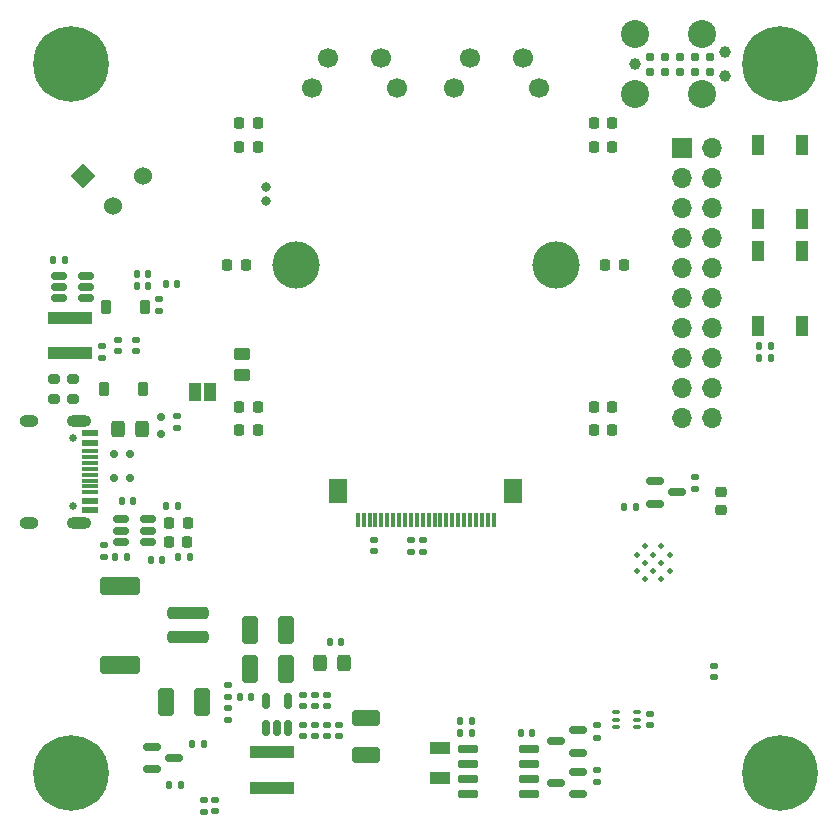
<source format=gts>
%TF.GenerationSoftware,KiCad,Pcbnew,7.0.1*%
%TF.CreationDate,2023-05-20T22:45:57-07:00*%
%TF.ProjectId,ai-camera-rev3,61692d63-616d-4657-9261-2d726576332e,rev3*%
%TF.SameCoordinates,PX5a995c0PY2aea540*%
%TF.FileFunction,Soldermask,Top*%
%TF.FilePolarity,Negative*%
%FSLAX46Y46*%
G04 Gerber Fmt 4.6, Leading zero omitted, Abs format (unit mm)*
G04 Created by KiCad (PCBNEW 7.0.1) date 2023-05-20 22:45:57*
%MOMM*%
%LPD*%
G01*
G04 APERTURE LIST*
G04 Aperture macros list*
%AMRoundRect*
0 Rectangle with rounded corners*
0 $1 Rounding radius*
0 $2 $3 $4 $5 $6 $7 $8 $9 X,Y pos of 4 corners*
0 Add a 4 corners polygon primitive as box body*
4,1,4,$2,$3,$4,$5,$6,$7,$8,$9,$2,$3,0*
0 Add four circle primitives for the rounded corners*
1,1,$1+$1,$2,$3*
1,1,$1+$1,$4,$5*
1,1,$1+$1,$6,$7*
1,1,$1+$1,$8,$9*
0 Add four rect primitives between the rounded corners*
20,1,$1+$1,$2,$3,$4,$5,0*
20,1,$1+$1,$4,$5,$6,$7,0*
20,1,$1+$1,$6,$7,$8,$9,0*
20,1,$1+$1,$8,$9,$2,$3,0*%
%AMRotRect*
0 Rectangle, with rotation*
0 The origin of the aperture is its center*
0 $1 length*
0 $2 width*
0 $3 Rotation angle, in degrees counterclockwise*
0 Add horizontal line*
21,1,$1,$2,0,0,$3*%
G04 Aperture macros list end*
%ADD10RoundRect,0.140000X-0.140000X-0.170000X0.140000X-0.170000X0.140000X0.170000X-0.140000X0.170000X0*%
%ADD11RoundRect,0.075000X0.250000X0.075000X-0.250000X0.075000X-0.250000X-0.075000X0.250000X-0.075000X0*%
%ADD12C,3.600000*%
%ADD13C,6.400000*%
%ADD14RoundRect,0.150000X-0.725000X-0.150000X0.725000X-0.150000X0.725000X0.150000X-0.725000X0.150000X0*%
%ADD15R,3.700000X1.100000*%
%ADD16RoundRect,0.140000X-0.170000X0.140000X-0.170000X-0.140000X0.170000X-0.140000X0.170000X0.140000X0*%
%ADD17RoundRect,0.200000X0.275000X-0.200000X0.275000X0.200000X-0.275000X0.200000X-0.275000X-0.200000X0*%
%ADD18C,4.000000*%
%ADD19RoundRect,0.135000X0.135000X0.185000X-0.135000X0.185000X-0.135000X-0.185000X0.135000X-0.185000X0*%
%ADD20RoundRect,0.150000X-0.150000X-0.200000X0.150000X-0.200000X0.150000X0.200000X-0.150000X0.200000X0*%
%ADD21R,1.000000X1.700000*%
%ADD22R,1.800000X1.000000*%
%ADD23RoundRect,0.250000X-0.325000X-0.450000X0.325000X-0.450000X0.325000X0.450000X-0.325000X0.450000X0*%
%ADD24RoundRect,0.218750X0.256250X-0.218750X0.256250X0.218750X-0.256250X0.218750X-0.256250X-0.218750X0*%
%ADD25RoundRect,0.135000X-0.135000X-0.185000X0.135000X-0.185000X0.135000X0.185000X-0.135000X0.185000X0*%
%ADD26RoundRect,0.218750X-0.218750X-0.256250X0.218750X-0.256250X0.218750X0.256250X-0.218750X0.256250X0*%
%ADD27RoundRect,0.250000X0.412500X0.925000X-0.412500X0.925000X-0.412500X-0.925000X0.412500X-0.925000X0*%
%ADD28RoundRect,0.140000X0.170000X-0.140000X0.170000X0.140000X-0.170000X0.140000X-0.170000X-0.140000X0*%
%ADD29RoundRect,0.135000X0.185000X-0.135000X0.185000X0.135000X-0.185000X0.135000X-0.185000X-0.135000X0*%
%ADD30C,1.700000*%
%ADD31RoundRect,0.135000X-0.185000X0.135000X-0.185000X-0.135000X0.185000X-0.135000X0.185000X0.135000X0*%
%ADD32RoundRect,0.250000X-1.500000X0.250000X-1.500000X-0.250000X1.500000X-0.250000X1.500000X0.250000X0*%
%ADD33RoundRect,0.250001X-1.449999X0.499999X-1.449999X-0.499999X1.449999X-0.499999X1.449999X0.499999X0*%
%ADD34RoundRect,0.250000X0.325000X0.450000X-0.325000X0.450000X-0.325000X-0.450000X0.325000X-0.450000X0*%
%ADD35R,1.000000X1.500000*%
%ADD36RoundRect,0.150000X0.512500X0.150000X-0.512500X0.150000X-0.512500X-0.150000X0.512500X-0.150000X0*%
%ADD37R,0.300000X1.300000*%
%ADD38R,1.600000X2.000000*%
%ADD39RoundRect,0.150000X0.587500X0.150000X-0.587500X0.150000X-0.587500X-0.150000X0.587500X-0.150000X0*%
%ADD40RoundRect,0.150000X-0.200000X0.150000X-0.200000X-0.150000X0.200000X-0.150000X0.200000X0.150000X0*%
%ADD41RoundRect,0.225000X0.225000X0.375000X-0.225000X0.375000X-0.225000X-0.375000X0.225000X-0.375000X0*%
%ADD42C,0.800000*%
%ADD43RotRect,1.524000X1.524000X45.000000*%
%ADD44C,1.524000*%
%ADD45RoundRect,0.150000X0.150000X-0.512500X0.150000X0.512500X-0.150000X0.512500X-0.150000X-0.512500X0*%
%ADD46R,1.700000X1.700000*%
%ADD47O,1.700000X1.700000*%
%ADD48RoundRect,0.225000X-0.225000X-0.375000X0.225000X-0.375000X0.225000X0.375000X-0.225000X0.375000X0*%
%ADD49RoundRect,0.140000X0.140000X0.170000X-0.140000X0.170000X-0.140000X-0.170000X0.140000X-0.170000X0*%
%ADD50RoundRect,0.150000X-0.587500X-0.150000X0.587500X-0.150000X0.587500X0.150000X-0.587500X0.150000X0*%
%ADD51C,0.650000*%
%ADD52R,1.450000X0.600000*%
%ADD53R,1.450000X0.300000*%
%ADD54O,2.100000X1.000000*%
%ADD55O,1.600000X1.000000*%
%ADD56RoundRect,0.250000X0.925000X-0.412500X0.925000X0.412500X-0.925000X0.412500X-0.925000X-0.412500X0*%
%ADD57RoundRect,0.250000X0.450000X-0.262500X0.450000X0.262500X-0.450000X0.262500X-0.450000X-0.262500X0*%
%ADD58C,2.374900*%
%ADD59C,0.990600*%
%ADD60C,0.787400*%
%ADD61C,0.500000*%
G04 APERTURE END LIST*
D10*
X11712000Y-47000000D03*
X12672000Y-47000000D03*
D11*
X52900000Y-61150000D03*
X52900000Y-60500000D03*
X52900000Y-59850000D03*
X51100000Y-59850000D03*
X51100000Y-60500000D03*
X51100000Y-61150000D03*
D12*
X5000000Y-65000000D03*
D13*
X5000000Y-65000000D03*
D14*
X38605000Y-62995000D03*
X38605000Y-64265000D03*
X38605000Y-65535000D03*
X38605000Y-66805000D03*
X43755000Y-66805000D03*
X43755000Y-65535000D03*
X43755000Y-64265000D03*
X43755000Y-62995000D03*
D12*
X5000000Y-5000000D03*
D13*
X5000000Y-5000000D03*
D15*
X22000000Y-63250000D03*
X22000000Y-66250000D03*
D16*
X25654000Y-58406000D03*
X25654000Y-59366000D03*
D17*
X5100000Y-33325000D03*
X5100000Y-31675000D03*
D18*
X24000000Y-22000000D03*
X46000000Y-22000000D03*
D10*
X43040000Y-61620000D03*
X44000000Y-61620000D03*
D19*
X14260000Y-66020000D03*
X13240000Y-66020000D03*
D17*
X3500000Y-33325000D03*
X3500000Y-31675000D03*
D19*
X16200000Y-62530000D03*
X15180000Y-62530000D03*
D20*
X10007500Y-37970000D03*
X8607500Y-37970000D03*
D21*
X66900000Y-20850000D03*
X66900000Y-27150000D03*
X63100000Y-20850000D03*
X63100000Y-27150000D03*
D22*
X36220000Y-65430000D03*
X36220000Y-62930000D03*
D23*
X8975000Y-35930000D03*
X11025000Y-35930000D03*
D16*
X12450000Y-24905000D03*
X12450000Y-25865000D03*
D24*
X60000000Y-42787500D03*
X60000000Y-41212500D03*
D25*
X63250000Y-28890000D03*
X64270000Y-28890000D03*
D26*
X13248987Y-45459099D03*
X14823987Y-45459099D03*
X19212500Y-36000000D03*
X20787500Y-36000000D03*
D25*
X14040000Y-46750000D03*
X15060000Y-46750000D03*
D27*
X16075000Y-59000000D03*
X13000000Y-59000000D03*
D25*
X37910000Y-61620000D03*
X38930000Y-61620000D03*
D28*
X34798000Y-46261000D03*
X34798000Y-45301000D03*
D29*
X49500000Y-62010000D03*
X49500000Y-60990000D03*
D30*
X44600000Y-7000000D03*
X37400000Y-7000000D03*
X43250000Y-4500000D03*
X38750000Y-4500000D03*
D27*
X23212500Y-56250000D03*
X20137500Y-56250000D03*
D15*
X4850000Y-29490000D03*
X4850000Y-26490000D03*
D26*
X19212500Y-12000000D03*
X20787500Y-12000000D03*
D10*
X26900000Y-53900000D03*
X27860000Y-53900000D03*
D31*
X13920000Y-34750000D03*
X13920000Y-35770000D03*
D32*
X14850000Y-51500000D03*
X14850000Y-53500000D03*
D33*
X9100000Y-49150000D03*
X9100000Y-55850000D03*
D34*
X28075000Y-55670000D03*
X26025000Y-55670000D03*
D26*
X49212500Y-34000000D03*
X50787500Y-34000000D03*
D10*
X19250000Y-58550000D03*
X20210000Y-58550000D03*
D35*
X16770000Y-32740000D03*
X15470000Y-32740000D03*
D26*
X19212500Y-34000000D03*
X20787500Y-34000000D03*
D31*
X18270000Y-57570000D03*
X18270000Y-58590000D03*
D16*
X8910000Y-28320000D03*
X8910000Y-29280000D03*
D26*
X13261486Y-43859099D03*
X14836486Y-43859099D03*
D31*
X18260000Y-59500000D03*
X18260000Y-60520000D03*
D16*
X17200000Y-67300000D03*
X17200000Y-68260000D03*
D36*
X6247500Y-24820000D03*
X6247500Y-23870000D03*
X6247500Y-22920000D03*
X3972500Y-22920000D03*
X3972500Y-23870000D03*
X3972500Y-24820000D03*
D37*
X40750000Y-43600000D03*
X40250000Y-43600000D03*
X39750000Y-43600000D03*
X39250000Y-43600000D03*
X38750000Y-43600000D03*
X38250000Y-43600000D03*
X37750000Y-43600000D03*
X37250000Y-43600000D03*
X36750000Y-43600000D03*
X36250000Y-43600000D03*
X35750000Y-43600000D03*
X35250000Y-43600000D03*
X34750000Y-43600000D03*
X34250000Y-43600000D03*
X33750000Y-43600000D03*
X33250000Y-43600000D03*
X32750000Y-43600000D03*
X32250000Y-43600000D03*
X31750000Y-43600000D03*
X31250000Y-43600000D03*
X30750000Y-43600000D03*
X30250000Y-43600000D03*
X29750000Y-43600000D03*
X29250000Y-43600000D03*
D38*
X42400000Y-41120000D03*
X27600000Y-41120000D03*
D26*
X49212500Y-10000000D03*
X50787500Y-10000000D03*
D39*
X47927500Y-63290000D03*
X47927500Y-61390000D03*
X46052500Y-62340000D03*
D29*
X16200000Y-68310000D03*
X16200000Y-67290000D03*
D40*
X12630000Y-36270000D03*
X12630000Y-34870000D03*
D26*
X19212500Y-10000000D03*
X20787500Y-10000000D03*
D30*
X32600000Y-7000000D03*
X25400000Y-7000000D03*
X31250000Y-4500000D03*
X26750000Y-4500000D03*
D21*
X66900000Y-11850000D03*
X66900000Y-18150000D03*
X63100000Y-11850000D03*
X63100000Y-18150000D03*
D41*
X11220000Y-25600000D03*
X7920000Y-25600000D03*
D10*
X10520000Y-23750000D03*
X11480000Y-23750000D03*
D42*
X21500000Y-16625000D03*
X21500000Y-15375000D03*
D25*
X3480000Y-21620000D03*
X4500000Y-21620000D03*
D26*
X49212500Y-12000000D03*
X50787500Y-12000000D03*
D29*
X49500000Y-65760000D03*
X49500000Y-64740000D03*
D28*
X59410000Y-56880000D03*
X59410000Y-55920000D03*
D16*
X27686000Y-60946000D03*
X27686000Y-61906000D03*
D43*
X5960000Y-14500000D03*
D44*
X8500000Y-17040000D03*
X11040000Y-14500000D03*
D16*
X25654000Y-60946000D03*
X25654000Y-61906000D03*
D20*
X10007500Y-40030000D03*
X8607500Y-40030000D03*
D45*
X21462500Y-61200000D03*
X22412500Y-61200000D03*
X23362500Y-61200000D03*
X23362500Y-58925000D03*
X21462500Y-58925000D03*
D16*
X24638000Y-60946000D03*
X24638000Y-61906000D03*
D29*
X7725000Y-46710000D03*
X7725000Y-45690000D03*
D16*
X26670000Y-60946000D03*
X26670000Y-61906000D03*
D26*
X49212500Y-36000000D03*
X50787500Y-36000000D03*
D12*
X65000000Y-5000000D03*
D13*
X65000000Y-5000000D03*
D28*
X26670000Y-59366000D03*
X26670000Y-58406000D03*
D25*
X37920000Y-60590000D03*
X38940000Y-60590000D03*
D46*
X56725000Y-12075000D03*
D47*
X59265000Y-12075000D03*
X56725000Y-14615000D03*
X59265000Y-14615000D03*
X56725000Y-17155000D03*
X59265000Y-17155000D03*
X56725000Y-19695000D03*
X59265000Y-19695000D03*
X56725000Y-22235000D03*
X59265000Y-22235000D03*
X56725000Y-24775000D03*
X59265000Y-24775000D03*
X56725000Y-27315000D03*
X59265000Y-27315000D03*
X56725000Y-29855000D03*
X59265000Y-29855000D03*
X56725000Y-32395000D03*
X59265000Y-32395000D03*
X56725000Y-34935000D03*
X59265000Y-34935000D03*
D10*
X10520000Y-22750000D03*
X11480000Y-22750000D03*
D28*
X33782000Y-46261000D03*
X33782000Y-45301000D03*
D31*
X57830000Y-39940000D03*
X57830000Y-40960000D03*
D28*
X54000000Y-60980000D03*
X54000000Y-60020000D03*
D26*
X50212500Y-22000000D03*
X51787500Y-22000000D03*
D48*
X7790000Y-32530000D03*
X11090000Y-32530000D03*
D25*
X13013986Y-42409099D03*
X14033986Y-42409099D03*
D49*
X10255000Y-41975000D03*
X9295000Y-41975000D03*
D25*
X8715000Y-46750000D03*
X9735000Y-46750000D03*
D26*
X18212500Y-22000000D03*
X19787500Y-22000000D03*
D50*
X54380000Y-40300000D03*
X54380000Y-42200000D03*
X56255000Y-41250000D03*
D51*
X5100000Y-36610000D03*
X5100000Y-42390000D03*
D52*
X6545000Y-36250000D03*
X6545000Y-37050000D03*
D53*
X6545000Y-38250000D03*
X6545000Y-39250000D03*
X6545000Y-39750000D03*
X6545000Y-40750000D03*
D52*
X6545000Y-41950000D03*
X6545000Y-42750000D03*
X6545000Y-42750000D03*
X6545000Y-41950000D03*
D53*
X6545000Y-41250000D03*
X6545000Y-40250000D03*
X6545000Y-38750000D03*
X6545000Y-37750000D03*
D52*
X6545000Y-37050000D03*
X6545000Y-36250000D03*
D54*
X5630000Y-35180000D03*
D55*
X1450000Y-35180000D03*
D54*
X5630000Y-43820000D03*
D55*
X1450000Y-43820000D03*
D12*
X65000000Y-65000000D03*
D13*
X65000000Y-65000000D03*
D28*
X10490000Y-29285000D03*
X10490000Y-28325000D03*
D19*
X52830000Y-42470000D03*
X51810000Y-42470000D03*
D28*
X24638000Y-59366000D03*
X24638000Y-58406000D03*
D50*
X11832500Y-62790000D03*
X11832500Y-64690000D03*
X13707500Y-63740000D03*
D25*
X63250000Y-29900000D03*
X64270000Y-29900000D03*
D28*
X30607000Y-46221000D03*
X30607000Y-45261000D03*
D39*
X47917500Y-66800000D03*
X47917500Y-64900000D03*
X46042500Y-65850000D03*
D56*
X29972000Y-63471500D03*
X29972000Y-60396500D03*
D36*
X11475000Y-45449999D03*
X11475000Y-44499999D03*
X11475000Y-43549999D03*
X9200000Y-43549999D03*
X9200000Y-44499999D03*
X9200000Y-45449999D03*
D57*
X19440000Y-31332500D03*
X19440000Y-29507500D03*
D27*
X23212500Y-52875001D03*
X20137500Y-52875001D03*
D58*
X52690000Y-2460000D03*
D59*
X52690000Y-5000000D03*
D58*
X52690000Y-7540000D03*
X58405000Y-2460000D03*
X58405000Y-7540000D03*
D59*
X60310000Y-3984000D03*
X60310000Y-6016000D03*
D60*
X53960000Y-5635000D03*
X55230000Y-5635000D03*
X56500000Y-5635000D03*
X57770000Y-5635000D03*
X59040000Y-5635000D03*
X59040000Y-4365000D03*
X57770000Y-4365000D03*
X56500000Y-4365000D03*
X55230000Y-4365000D03*
X53960000Y-4365000D03*
D16*
X7630000Y-28890000D03*
X7630000Y-29850000D03*
D49*
X13950000Y-23630000D03*
X12990000Y-23630000D03*
D61*
X53560000Y-48630000D03*
X54960000Y-48630000D03*
X52860000Y-47930000D03*
X54260000Y-47930000D03*
X55660000Y-47930000D03*
X53560000Y-47230000D03*
X54960000Y-47230000D03*
X52860000Y-46530000D03*
X54260000Y-46530000D03*
X55660000Y-46530000D03*
X53560000Y-45830000D03*
X54960000Y-45830000D03*
M02*

</source>
